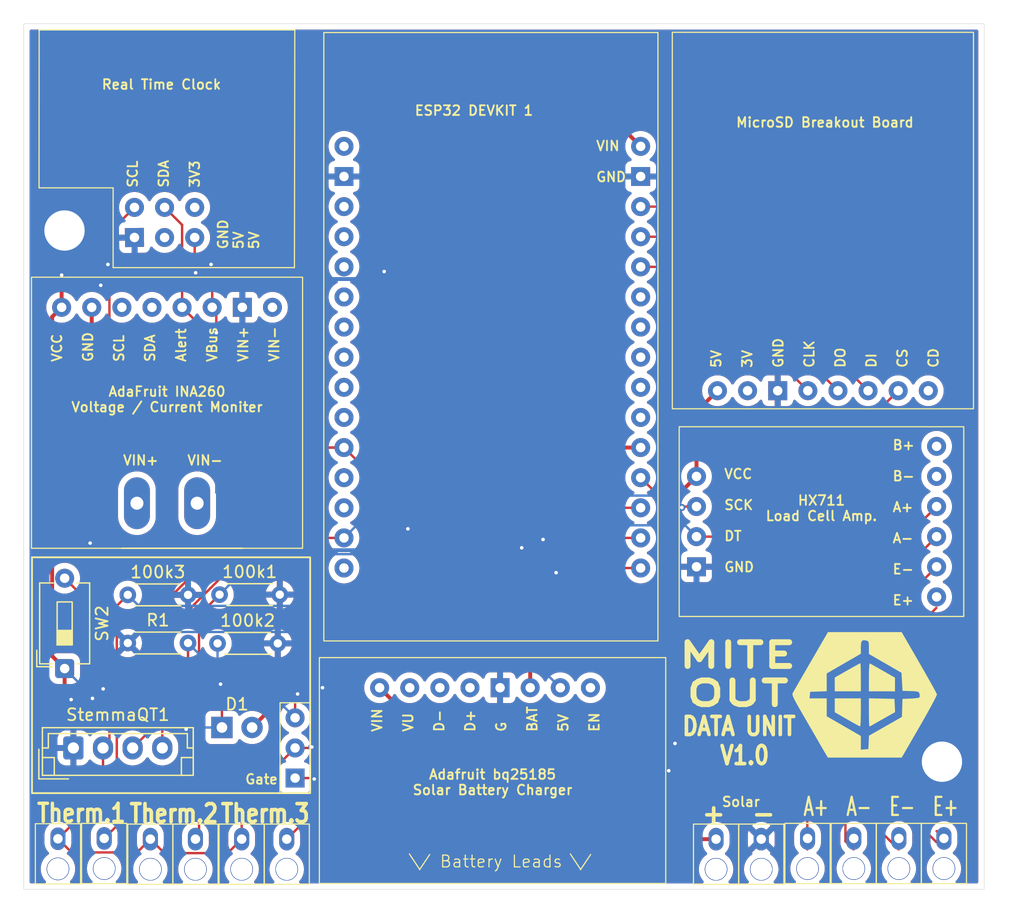
<source format=kicad_pcb>
(kicad_pcb (version 20241229) (generator "pcbnew") (generator_version "9.0")
  (layers (0 "F.Cu" signal) (2 "B.Cu" signal) (13 "F.Paste" user) (15 "B.Paste" user) (5 "F.SilkS" user "F.Silkscreen") (7 "B.SilkS" user "B.Silkscreen") (1 "F.Mask" user) (3 "B.Mask" user) (25 "Edge.Cuts" user))
  (net 0 "")
  (net 1 "+5V")
  (net 2 "Net-(HX711-SCK)")
  (net 5 "Net-(J3-Pin_3)")
  (net 7 "Net-(J3-Pin_4)")
  (net 8 "Net-(J3-Pin_12)")
  (net 10 "Net-(J3-Pin_2)")
  (net 11 "Net-(D1-A)")
  (net 12 "Net-(J3-Pin_11)")
  (net 16 "GND")
  (net 17 "Net-(J3-Pin_1)")
  (net 19 "Net-(J3-Pin_13)")
  (net 21 "Net-(HX711-DT)")
  (net 31 "Net-(BQ1-Solar_in)")
  (net 34 "Net-(BQ1-5v)")
  (net 35 "Net-(BQ1-Bat_Voltage)")
  (net 37 "Net-(HX711-E+)")
  (net 38 "Net-(HX711-A+)")
  (net 39 "Net-(HX711-E-)")
  (net 40 "Net-(HX711-A-)")
  (net 42 "Net-(HX711-VCC)")
  (net 44 "Net-(INO1-VCC)")
  (net 51 "Net-(D1-K)")
  (footprint "MiteOut:throughole" (layer "F.Cu") (at 112.295 110.5)
    (property "Reference" "H12" (hide yes))
    (property "Value" "Solar -" (hide yes))
    (fp_rect (start 0 0) (end 3.81 5.08) (stroke (width 0.1)) (fill no) (layer "F.SilkS"))
    (pad "" np_thru_hole circle (at 1.905 3.81) (size 1.905 1.905) (drill 1.8) (layers "*.Cu" "*.Mask"))
    (pad "MP" thru_hole oval (at 1.905 1.27 90) (size 1.905 1.27) (drill 0.8) (layers "*.Cu" "*.Mask") (net 16 "GND"))
  )
  (footprint "MiteOut:throughole" (layer "F.Cu") (at 52.9823 110.4689)
    (property "Reference" "H6" (hide yes))
    (property "Value" "Thermistor 1 IN" (hide yes))
    (fp_rect (start 0 0) (end 3.81 5.08) (stroke (width 0.1)) (fill no) (layer "F.SilkS"))
    (pad "" np_thru_hole circle (at 1.905 3.81) (size 1.905 1.905) (drill 1.8) (layers "*.Cu" "*.Mask"))
    (pad "MP" thru_hole oval (at 1.905 1.27 90) (size 1.905 1.27) (drill 0.8) (layers "*.Cu" "*.Mask") (net 42 "Net-(HX711-VCC)"))
  )
  (footprint "MiteOut:hx711" (layer "F.Cu") (at 131.28 92.99 180)
    (property "Reference" "HX711" (hide yes))
    (property "Value" "~")
    (fp_rect (start 0 0) (end 24 16) (stroke (width 0.1)) (fill no) (layer "F.SilkS"))
    (pad "1" thru_hole circle (at 2.29 1.65 180) (size 1.6 1.6) (drill 0.8) (layers "*.Cu" "*.Mask") (net 37 "Net-(HX711-E+)"))
    (pad "2" thru_hole circle (at 2.29 4.19 180) (size 1.6 1.6) (drill 0.8) (layers "*.Cu" "*.Mask") (net 39 "Net-(HX711-E-)"))
    (pad "3" thru_hole circle (at 2.29 6.73 180) (size 1.6 1.6) (drill 0.8) (layers "*.Cu" "*.Mask") (net 40 "Net-(HX711-A-)"))
    (pad "4" thru_hole circle (at 2.29 9.27 180) (size 1.6 1.6) (drill 0.8) (layers "*.Cu" "*.Mask") (net 38 "Net-(HX711-A+)"))
    (pad "5" thru_hole circle (at 2.29 11.81 180) (size 1.6 1.6) (drill 0.8) (layers "*.Cu" "*.Mask"))
    (pad "6" thru_hole circle (at 2.29 14.35 180) (size 1.6 1.6) (drill 0.8) (layers "*.Cu" "*.Mask"))
    (pad "7" thru_hole rect (at 22.54 4.19 180) (size 1.6 1.6) (drill 0.8) (layers "*.Cu" "*.Mask") (net 16 "GND"))
    (pad "8" thru_hole circle (at 22.54 6.73 180) (size 1.6 1.6) (drill 0.8) (layers "*.Cu" "*.Mask") (net 21 "Net-(HX711-DT)"))
    (pad "9" thru_hole circle (at 22.54 9.27 180) (size 1.6 1.6) (drill 0.8) (layers "*.Cu" "*.Mask") (net 2 "Net-(HX711-SCK)"))
    (pad "10" thru_hole circle (at 22.54 11.81 180) (size 1.6 1.6) (drill 0.8) (layers "*.Cu" "*.Mask") (net 42 "Net-(HX711-VCC)"))
  )
  (footprint "MiteOut:throughole" (layer "F.Cu") (at 116.2 110.44)
    (property "Reference" "H2" (hide yes))
    (property "Value" "LoadCell1" (hide yes))
    (fp_rect (start 0 0) (end 3.81 5.08) (stroke (width 0.1)) (fill no) (layer "F.SilkS"))
    (pad "" np_thru_hole circle (at 1.905 3.81) (size 1.905 1.905) (drill 1.8) (layers "*.Cu" "*.Mask"))
    (pad "MP" thru_hole oval (at 1.905 1.27 90) (size 1.905 1.27) (drill 0.8) (layers "*.Cu" "*.Mask") (net 38 "Net-(HX711-A+)"))
  )
  (footprint "MiteOut1:miteoutlogo1" (layer "F.Cu") (at 114.430766 101.420334)
    (property "Reference" "G***" (hide yes))
    (property "Value" "LOGO" (hide yes))
    (fp_poly (pts (xy 8.142932 -4.407719) (xy 8.155854 -4.189069) (xy 8.165231 -3.861678) (xy 8.169972 -3.455839) (xy 8.170333 -3.302001) (xy 8.170333 -2.116667) (xy 7.069666 -2.116667) (xy 5.969 -2.116667) (xy 5.969 -2.699114) (xy 5.969 -3.281561) (xy 7.026892 -3.884447) (xy 7.406376 -4.099108) (xy 7.731638 -4.280058) (xy 7.975379 -4.412346) (xy 8.110306 -4.481022) (xy 8.127559 -4.487334)) (fill yes) (layer "F.SilkS"))
    (fp_poly (pts (xy 8.170333 -0.338667) (xy 8.16607 0.087103) (xy 8.154361 0.444732) (xy 8.136829 0.704003) (xy 8.115095 0.834699) (xy 8.106833 0.844476) (xy 8.01428 0.803546) (xy 7.803619 0.692643) (xy 7.503018 0.527105) (xy 7.140642 0.322269) (xy 7.006166 0.245131) (xy 5.969 -0.352024) (xy 5.969 -0.938013) (xy 5.969 -1.524001) (xy 7.069666 -1.524001) (xy 8.170333 -1.524001)) (fill yes) (layer "F.SilkS"))
    (fp_poly (pts (xy 9.012301 -4.423072) (xy 9.225829 -4.304869) (xy 9.528989 -4.134655) (xy 9.893108 -3.928467) (xy 10.017745 -3.85755) (xy 11.049 -3.270099) (xy 11.049 -2.693383) (xy 11.049 -2.116667) (xy 9.948333 -2.116667) (xy 8.847666 -2.116667) (xy 8.847666 -3.309056) (xy 8.852278 -3.733485) (xy 8.86495 -4.087243) (xy 8.883939 -4.341074) (xy 8.9075 -4.465722) (xy 8.917078 -4.473223)) (fill yes) (layer "F.SilkS"))
    (fp_poly (pts (xy 9.927166 -1.505364) (xy 11.006666 -1.481667) (xy 11.03145 -0.921193) (xy 11.056234 -0.360718) (xy 10.184783 0.128881) (xy 9.822319 0.333247) (xy 9.498619 0.51708) (xy 9.251357 0.658904) (xy 9.125812 0.732572) (xy 8.968858 0.818567) (xy 8.892978 0.846666) (xy 8.876709 0.767046) (xy 8.86303 0.548359) (xy 8.853095 0.220867) (xy 8.848058 -0.18517) (xy 8.847666 -0.341197) (xy 8.847666 -1.52906)) (fill yes) (layer "F.SilkS"))
    (fp_poly (pts (xy 13.08679 -4.558109) (xy 13.433333 -3.955618) (xy 13.752412 -3.395446) (xy 14.034096 -2.895452) (xy 14.268451 -2.473493) (xy 14.445545 -2.147425) (xy 14.555445 -1.935106) (xy 14.588468 -1.85834) (xy 14.55331 -1.753325) (xy 14.441798 -1.520002) (xy 14.263431 -1.17602) (xy 14.027712 -0.739024) (xy 13.744141 -0.226663) (xy 13.422221 0.343419) (xy 13.114399 0.879435) (xy 11.614528 3.471333) (xy 8.502336 3.471333) (xy 5.390144 3.471333) (xy 5.223373 3.196166) (xy 5.111154 3.007383) (xy 4.94086 2.716621) (xy 4.738703 2.368771) (xy 4.593032 2.116666) (xy 4.402309 1.786156) (xy 4.149121 1.347996) (xy 3.855933 0.841029) (xy 3.545209 0.3041) (xy 3.239413 -0.223948) (xy 3.229926 -0.240323) (xy 2.928431 -0.764123) (xy 2.70488 -1.162881) (xy 2.549973 -1.456683) (xy 2.519183 -1.524001) (xy 3.841604 -1.524001) (xy 4.566635 -1.524001) (xy 5.291666 -1.524001) (xy 5.291666 -0.769077) (xy 5.291666 -0.014154) (xy 6.731 0.816697) (xy 8.170333 1.647549) (xy 8.170333 2.225885) (xy 8.170333 2.804221) (xy 8.487833 2.777943) (xy 8.805333 2.751666) (xy 8.830218 2.186754) (xy 8.855103 1.621843) (xy 10.243282 0.832088) (xy 11.631461 0.042333) (xy 11.65773 -0.719667) (xy 11.684 -1.481667) (xy 12.361037 -1.506771) (xy 12.686809 -1.526613) (xy 12.945948 -1.556815) (xy 13.09279 -1.591645) (xy 13.106557 -1.600358) (xy 13.139047 -1.725447) (xy 13.119667 -1.889465) (xy 13.083223 -1.998613) (xy 13.016517 -2.065896) (xy 12.88248 -2.103498) (xy 12.644045 -2.123606) (xy 12.374146 -2.134545) (xy 11.684 -2.159001) (xy 11.641666 -2.918074) (xy 11.599333 -3.677147) (xy 10.2235 -4.4717) (xy 8.847666 -5.266253) (xy 8.847666 -5.806514) (xy 8.842674 -6.101576) (xy 8.817573 -6.269985) (xy 8.757177 -6.35435) (xy 8.646299 -6.397281) (xy 8.636189 -6.399852) (xy 8.407204 -6.43284) (xy 8.266258 -6.375399) (xy 8.193923 -6.203359) (xy 8.170775 -5.892547) (xy 8.170333 -5.820187) (xy 8.170333 -5.285058) (xy 6.731 -4.45489) (xy 5.291666 -3.624721) (xy 5.291666 -2.874118) (xy 5.291666 -2.123516) (xy 4.593166 -2.098925) (xy 3.894666 -2.074334) (xy 3.868135 -1.799167) (xy 3.841604 -1.524001) (xy 2.519183 -1.524001) (xy 2.45441 -1.665616) (xy 2.408892 -1.809767) (xy 2.40412 -1.909222) (xy 2.42638 -1.97599) (xy 2.490755 -2.091169) (xy 2.629486 -2.334221) (xy 2.831886 -2.686593) (xy 3.087267 -3.12973) (xy 3.38494 -3.645078) (xy 3.714217 -4.214084) (xy 3.958442 -4.635501) (xy 5.394514 -7.112001) (xy 8.502713 -7.112001) (xy 11.610913 -7.112001)) (fill yes) (layer "F.SilkS"))
  )
  (footprint "MiteOut:throughole" (layer "F.Cu") (at 64.5773 110.4989)
    (property "Reference" "H7" (hide yes))
    (property "Value" "Thermistor 2 Out" (hide yes))
    (fp_rect (start 0 0) (end 3.81 5.08) (stroke (width 0.1)) (fill no) (layer "F.SilkS"))
    (pad "" np_thru_hole circle (at 1.905 3.81) (size 1.905 1.905) (drill 1.8) (layers "*.Cu" "*.Mask"))
    (pad "MP" thru_hole oval (at 1.905 1.27 90) (size 1.905 1.27) (drill 0.8) (layers "*.Cu" "*.Mask") (net 10 "Net-(J3-Pin_2)"))
  )
  (footprint "Resistor_THT:R_Axial_DIN0204_L3.6mm_D1.6mm_P5.08mm_Horizontal" (layer "F.Cu") (at 60.7773 95.2289)
    (property "Reference" "R1" (at 2.54 -1.92 0) (layer "F.SilkS"))
    (property "Value" "R")
    (fp_line (start 0.62 -0.92) (end 4.46 -0.92) (stroke (width 0.12)) (layer "F.SilkS"))
    (fp_line (start 0.62 0.92) (end 4.46 0.92) (stroke (width 0.12)) (layer "F.SilkS"))
    (pad "1" thru_hole circle (at 0 0) (size 1.4 1.4) (drill 0.7) (layers "*.Cu" "*.Mask") (net 16 "GND"))
    (pad "2" thru_hole oval (at 5.08 0) (size 1.4 1.4) (drill 0.7) (layers "*.Cu" "*.Mask") (net 51 "Net-(D1-K)"))
  )
  (footprint "Button_Switch_THT:SW_DIP_SPSTx01_Slide_6.7x4.1mm_W7.62mm_P2.54mm_LowProfile" (layer "F.Cu") (at 55.4525 97.385 90)
    (property "Reference" "SW2" (at 3.805 3.1575 90) (layer "F.SilkS"))
    (property "Value" "SW_SPST" (hide yes))
    (fp_line (start 0.16 -2.35) (end 1.543 -2.35) (stroke (width 0.12)) (layer "F.SilkS"))
    (fp_line (start 0.16 -2.35) (end 0.16 -1.04) (stroke (width 0.12)) (layer "F.SilkS"))
    (fp_line (start 7.22 -2.11) (end 7.22 -0.96) (stroke (width 0.12)) (layer "F.SilkS"))
    (fp_line (start 0.4 -2.11) (end 7.22 -2.11) (stroke (width 0.12)) (layer "F.SilkS"))
    (fp_line (start 0.4 -2.11) (end 0.4 -1.04) (stroke (width 0.12)) (layer "F.SilkS"))
    (fp_line (start 3.206667 -0.635) (end 3.206667 0.635) (stroke (width 0.12)) (layer "F.SilkS"))
    (fp_line (start 7.22 0.96) (end 7.22 2.11) (stroke (width 0.12)) (layer "F.SilkS"))
    (fp_line (start 0.4 1.04) (end 0.4 2.11) (stroke (width 0.12)) (layer "F.SilkS"))
    (fp_line (start 0.4 2.11) (end 7.22 2.11) (stroke (width 0.12)) (layer "F.SilkS"))
    (fp_rect (start 2 -0.635) (end 5.62 0.635) (stroke (width 0.12)) (fill no) (layer "F.SilkS"))
    (fp_rect (start 2 -0.635) (end 3.206667 0.635) (stroke (width 0.12)) (fill yes) (layer "F.SilkS"))
    (pad "1" thru_hole roundrect (at 0 0 90) (size 1.6 1.6) (drill 0.8) (layers "*.Cu" "*.Mask") (roundrect_rratio 0.15625) (net 1 "+5V"))
    (pad "2" thru_hole circle (at 7.62 0 90) (size 1.6 1.6) (drill 0.8) (layers "*.Cu" "*.Mask") (net 34 "Net-(BQ1-5v)"))
  )
  (footprint "MiteOut:throughole" (layer "F.Cu") (at 60.7773 110.4989)
    (property "Reference" "H8" (hide yes))
    (property "Value" "Thermistor 2 IN" (hide yes))
    (fp_rect (start 0 0) (end 3.81 5.08) (stroke (width 0.1)) (fill no) (layer "F.SilkS"))
    (pad "" np_thru_hole circle (at 1.905 3.81) (size 1.905 1.905) (drill 1.8) (layers "*.Cu" "*.Mask"))
    (pad "MP" thru_hole oval (at 1.905 1.27 90) (size 1.905 1.27) (drill 0.8) (layers "*.Cu" "*.Mask") (net 42 "Net-(HX711-VCC)"))
  )
  (footprint "MiteOut:throughole" (layer "F.Cu") (at 56.8823 110.4389)
    (property "Reference" "H5" (hide yes))
    (property "Value" "Thermistor 1 Out" (hide yes))
    (fp_rect (start 0 0) (end 3.81 5.08) (stroke (width 0.1)) (fill no) (layer "F.SilkS"))
    (pad "" np_thru_hole circle (at 1.905 3.81) (size 1.905 1.905) (drill 1.8) (layers "*.Cu" "*.Mask"))
    (pad "MP" thru_hole oval (at 1.905 1.27 90) (size 1.905 1.27) (drill 0.8) (layers "*.Cu" "*.Mask") (net 17 "Net-(J3-Pin_1)"))
  )
  (footprint "MiteOut:Pins" (layer "F.Cu") (at 126.9 102.7)
    (property "Reference" "REF**" (hide yes))
    (property "Value" "Pins" (hide yes))
    (pad "" np_thru_hole circle (at 2.54 2.54) (size 3.7 3.7) (drill 3.4) (layers "*.Cu" "*.Mask"))
  )
  (footprint "Resistor_THT:R_Axial_DIN0204_L3.6mm_D1.6mm_P5.08mm_Horizontal" (layer "F.Cu") (at 60.7773 91.1689)
    (property "Reference" "100k3" (at 2.54 -1.92 0) (layer "F.SilkS"))
    (property "Value" "R")
    (fp_line (start 0.62 -0.92) (end 4.46 -0.92) (stroke (width 0.12)) (layer "F.SilkS"))
    (fp_line (start 0.62 0.92) (end 4.46 0.92) (stroke (width 0.12)) (layer "F.SilkS"))
    (pad "1" thru_hole circle (at 0 0) (size 1.4 1.4) (drill 0.7) (layers "*.Cu" "*.Mask") (net 17 "Net-(J3-Pin_1)"))
    (pad "2" thru_hole oval (at 5.08 0) (size 1.4 1.4) (drill 0.7) (layers "*.Cu" "*.Mask") (net 16 "GND"))
  )
  (footprint "Resistor_THT:R_Axial_DIN0204_L3.6mm_D1.6mm_P5.08mm_Horizontal" (layer "F.Cu") (at 68.3473 95.2589)
    (property "Reference" "100k2" (at 2.54 -1.92 0) (layer "F.SilkS"))
    (property "Value" "R")
    (fp_line (start 0.62 -0.92) (end 4.46 -0.92) (stroke (width 0.12)) (layer "F.SilkS"))
    (fp_line (start 0.62 0.92) (end 4.46 0.92) (stroke (width 0.12)) (layer "F.SilkS"))
    (pad "1" thru_hole circle (at 0 0) (size 1.4 1.4) (drill 0.7) (layers "*.Cu" "*.Mask") (net 5 "Net-(J3-Pin_3)"))
    (pad "2" thru_hole oval (at 5.08 0) (size 1.4 1.4) (drill 0.7) (layers "*.Cu" "*.Mask") (net 16 "GND"))
  )
  (footprint "MiteOut:Charger" (layer "F.Cu") (at 76.935 96.46)
    (property "Reference" "BQ1" (hide yes))
    (property "Value" "~")
    (fp_rect (start 0 0) (end 29.21 19.05) (stroke (width 0.1)) (fill no) (layer "F.SilkS"))
    (fp_text user "\\/ Battery Leads \\/" (at 7.62 17.78 0) (layer "F.SilkS") (effects (font (thickness 0.1)) (justify left bottom)))
    (pad "1" thru_hole circle (at 5.08 2.54) (size 1.6 1.6) (drill 0.8) (layers "*.Cu" "*.Mask") (net 31 "Net-(BQ1-Solar_in)"))
    (pad "2" thru_hole circle (at 7.62 2.54) (size 1.6 1.6) (drill 0.8) (layers "*.Cu" "*.Mask"))
    (pad "3" thru_hole circle (at 10.16 2.54) (size 1.6 1.6) (drill 0.8) (layers "*.Cu" "*.Mask"))
    (pad "4" thru_hole circle (at 12.7 2.54) (size 1.6 1.6) (drill 0.8) (layers "*.Cu" "*.Mask"))
    (pad "5" thru_hole rect (at 15.24 2.54) (size 1.6 1.6) (drill 0.8) (layers "*.Cu" "*.Mask") (net 16 "GND"))
    (pad "6" thru_hole circle (at 17.78 2.54) (size 1.6 1.6) (drill 0.8) (layers "*.Cu" "*.Mask") (net 35 "Net-(BQ1-Bat_Voltage)"))
    (pad "7" thru_hole circle (at 20.32 2.54) (size 1.6 1.6) (drill 0.8) (layers "*.Cu" "*.Mask") (net 34 "Net-(BQ1-5v)"))
    (pad "8" thru_hole circle (at 22.86 2.54) (size 1.6 1.6) (drill 0.8) (layers "*.Cu" "*.Mask"))
  )
  (footprint "MiteOut:Mosfet" (layer "F.Cu") (at 74.8873 98.9989 -90)
    (property "Reference" "Q1" (hide yes))
    (property "Value" "PMOS" (hide yes))
    (fp_rect (start 1.27 -1.27) (end 8.89 1.27) (stroke (width 0.1)) (fill no) (layer "F.SilkS"))
    (pad "D" thru_hole circle (at 5.08 0 270) (size 1.6 1.6) (drill 0.8) (layers "*.Cu" "*.Mask") (net 42 "Net-(HX711-VCC)"))
    (pad "G" thru_hole rect (at 7.62 0 270) (size 1.6 1.6) (drill 0.8) (layers "*.Cu" "*.Mask") (net 7 "Net-(J3-Pin_4)"))
    (pad "S" thru_hole circle (at 2.54 0 270) (size 1.6 1.6) (drill 0.8) (layers "*.Cu" "*.Mask") (net 1 "+5V"))
  )
  (footprint "MiteOut:throughole" (layer "F.Cu") (at 68.4773 110.4989)
    (property "Reference" "H10" (hide yes))
    (property "Value" "Thermistor 3 IN" (hide yes))
    (fp_rect (start 0 0) (end 3.81 5.08) (stroke (width 0.1)) (fill no) (layer "F.SilkS"))
    (pad "" np_thru_hole circle (at 1.905 3.81) (size 1.905 1.905) (drill 1.8) (layers "*.Cu" "*.Mask"))
    (pad "MP" thru_hole oval (at 1.905 1.27 90) (size 1.905 1.27) (drill 0.8) (layers "*.Cu" "*.Mask") (net 42 "Net-(HX711-VCC)"))
  )
  (footprint "LED_THT:LED_D1.8mm_W1.8mm_H2.4mm_Horizontal_O1.27mm_Z1.6mm" (layer "F.Cu") (at 68.7173 102.3539)
    (property "Reference" "D1" (at 1.27 -1.96 0) (layer "F.SilkS"))
    (property "Value" "LED")
    (pad "1" thru_hole rect (at 0 0) (size 1.8 1.8) (drill 0.9) (layers "*.Cu" "*.Mask") (net 51 "Net-(D1-K)"))
    (pad "2" thru_hole circle (at 2.54 0) (size 1.8 1.8) (drill 0.9) (layers "*.Cu" "*.Mask") (net 11 "Net-(D1-A)"))
  )
  (footprint "MiteOut:ESP" (layer "F.Cu") (at 105.49 95.055 180)
    (property "Reference" "J3" (hide yes))
    (property "Value" "Conn_02x15_Counter_Clockwise")
    (fp_rect (start 0 0) (end 28.18 51.31) (stroke (width 0.1)) (fill no) (layer "F.SilkS"))
    (pad "1" thru_hole circle (at 1.46 6.15 180) (size 1.6 1.6) (drill 0.8) (layers "*.Cu" "*.Mask") (net 17 "Net-(J3-Pin_1)"))
    (pad "2" thru_hole circle (at 1.46 8.69 180) (size 1.6 1.6) (drill 0.8) (layers "*.Cu" "*.Mask") (net 10 "Net-(J3-Pin_2)"))
    (pad "3" thru_hole circle (at 1.46 11.23 180) (size 1.6 1.6) (drill 0.8) (layers "*.Cu" "*.Mask") (net 5 "Net-(J3-Pin_3)"))
    (pad "4" thru_hole circle (at 1.46 13.77 180) (size 1.6 1.6) (drill 0.8) (layers "*.Cu" "*.Mask") (net 7 "Net-(J3-Pin_4)"))
    (pad "5" thru_hole circle (at 1.46 16.31 180) (size 1.6 1.6) (drill 0.8) (layers "*.Cu" "*.Mask") (net 11 "Net-(D1-A)"))
    (pad "6" thru_hole circle (at 1.46 18.85 180) (size 1.6 1.6) (drill 0.8) (layers "*.Cu" "*.Mask"))
    (pad "7" thru_hole circle (at 1.46 21.39 180) (size 1.6 1.6) (drill 0.8) (layers "*.Cu" "*.Mask"))
    (pad "8" thru_hole circle (at 1.46 23.93 180) (size 1.6 1.6) (drill 0.8) (layers "*.Cu" "*.Mask"))
    (pad "9" thru_hole circle (at 1.46 26.47 180) (size 1.6 1.6) (drill 0.8) (layers "*.Cu" "*.Mask"))
    (pad "10" thru_hole circle (at 1.46 29.01 180) (size 1.6 1.6) (drill 0.8) (layers "*.Cu" "*.Mask"))
    (pad "11" thru_hole circle (at 1.46 31.55 180) (size 1.6 1.6) (drill 0.8) (layers "*.Cu" "*.Mask") (net 12 "Net-(J3-Pin_11)"))
    (pad "12" thru_hole circle (at 1.46 34.09 180) (size 1.6 1.6) (drill 0.8) (layers "*.Cu" "*.Mask") (net 8 "Net-(J3-Pin_12)"))
    (pad "13" thru_hole circle (at 1.46 36.63 180) (size 1.6 1.6) (drill 0.8) (layers "*.Cu" "*.Mask") (net 19 "Net-(J3-Pin_13)"))
    (pad "14" thru_hole rect (at 1.46 39.17 180) (size 1.6 1.6) (drill 0.8) (layers "*.Cu" "*.Mask") (net 16 "GND"))
    (pad "15" thru_hole circle (at 1.46 41.71 180) (size 1.6 1.6) (drill 0.8) (layers "*.Cu" "*.Mask") (net 1 "+5V"))
    (pad "16" thru_hole circle (at 26.48 41.71 180) (size 1.6 1.6) (drill 0.8) (layers "*.Cu" "*.Mask"))
    (pad "17" thru_hole rect (at 26.48 39.17 180) (size 1.6 1.6) (drill 0.8) (layers "*.Cu" "*.Mask") (net 16 "GND"))
    (pad "18" thru_hole circle (at 26.48 36.63 180) (size 1.6 1.6) (drill 0.8) (layers "*.Cu" "*.Mask"))
    (pad "19" thru_hole circle (at 26.48 34.09 180) (size 1.6 1.6) (drill 0.8) (layers "*.Cu" "*.Mask"))
    (pad "20" thru_hole circle (at 26.48 31.55 180) (size 1.6 1.6) (drill 0.8) (layers "*.Cu" "*.Mask"))
    (pad "21" thru_hole circle (at 26.48 29.01 180) (size 1.6 1.6) (drill 0.8) (layers "*.Cu" "*.Mask"))
    (pad "22" thru_hole circle (at 26.48 26.47 180) (size 1.6 1.6) (drill 0.8) (layers "*.Cu" "*.Mask"))
    (pad "23" thru_hole circle (at 26.48 23.93 180) (size 1.6 1.6) (drill 0.8) (layers "*.Cu" "*.Mask"))
    (pad "24" thru_hole circle (at 26.48 21.39 180) (size 1.6 1.6) (drill 0.8) (layers "*.Cu" "*.Mask"))
    (pad "25" thru_hole circle (at 26.48 18.85 180) (size 1.6 1.6) (drill 0.8) (layers "*.Cu" "*.Mask"))
    (pad "26" thru_hole circle (at 26.48 16.31 180) (size 1.6 1.6) (drill 0.8) (layers "*.Cu" "*.Mask") (net 21 "Net-(HX711-DT)"))
    (pad "27" thru_hole circle (at 26.48 13.77 180) (size 1.6 1.6) (drill 0.8) (layers "*.Cu" "*.Mask"))
    (pad "28" thru_hole circle (at 26.48 11.23 180) (size 1.6 1.6) (drill 0.8) (layers "*.Cu" "*.Mask"))
    (pad "29" thru_hole circle (at 26.48 8.69 180) (size 1.6 1.6) (drill 0.8) (layers "*.Cu" "*.Mask") (net 2 "Net-(HX711-SCK)"))
    (pad "30" thru_hole circle (at 26.48 6.15 180) (size 1.6 1.6) (drill 0.8) (layers "*.Cu" "*.Mask"))
  )
  (footprint "MiteOut:INA" (layer "F.Cu") (at 75.5173 87.2389 180)
    (property "Reference" "INO1" (hide yes))
    (property "Value" "~")
    (fp_line (start 5.08 0) (end 15.24 0) (stroke (width 0.127)) (layer "F.SilkS"))
    (fp_rect (start 0 0) (end 22.86 22.86) (stroke (width 0.1)) (fill no) (layer "F.SilkS"))
    (pad "" thru_hole oval (at 8.89 3.8 270) (size 4.3688 2.1844) (drill 1.1) (layers "*.Cu" "*.Mask"))
    (pad "" thru_hole oval (at 13.97 3.8 270) (size 4.3688 2.1844) (drill 1.1) (layers "*.Cu" "*.Mask"))
    (pad "1" thru_hole circle (at 2.54 20.32 180) (size 1.6 1.6) (drill 0.8) (layers "*.Cu" "*.Mask") (net 44 "Net-(INO1-VCC)"))
    (pad "2" thru_hole rect (at 5.08 20.32 180) (size 1.6 1.6) (drill 0.8) (layers "*.Cu" "*.Mask") (net 16 "GND"))
    (pad "3" thru_hole circle (at 7.62 20.32 180) (size 1.6 1.6) (drill 0.8) (layers "*.Cu" "*.Mask") (net 2 "Net-(HX711-SCK)"))
    (pad "4" thru_hole circle (at 10.16 20.32 180) (size 1.6 1.6) (drill 0.8) (layers "*.Cu" "*.Mask") (net 21 "Net-(HX711-DT)"))
    (pad "5" thru_hole circle (at 12.7 20.32 180) (size 1.6 1.6) (drill 0.8) (layers "*.Cu" "*.Mask"))
    (pad "6" thru_hole circle (at 15.24 20.32 180) (size 1.6 1.6) (drill 0.8) (layers "*.Cu" "*.Mask"))
    (pad "7" thru_hole circle (at 17.78 20.32 180) (size 1.6 1.6) (drill 0.8) (layers "*.Cu" "*.Mask") (net 35 "Net-(BQ1-Bat_Voltage)"))
    (pad "8" thru_hole circle (at 20.32 20.32 180) (size 1.6 1.6) (drill 0.8) (layers "*.Cu" "*.Mask") (net 1 "+5V"))
  )
  (footprint "MiteOut:Clock" (layer "F.Cu") (at 74.8315 43.5078 -90)
    (property "Reference" "U1" (hide yes))
    (property "Value" "~")
    (fp_line (start 13.335 21.5392) (end 0.01 21.53) (stroke (width 0.1)) (layer "F.SilkS"))
    (fp_line (start 0.01 21.53) (end 0.01 -0.03) (stroke (width 0.1)) (layer "F.SilkS"))
    (fp_line (start 13.335 15.2908) (end 13.335 21.5392) (stroke (width 0.1)) (layer "F.SilkS"))
    (fp_line (start 20.0622 15.2908) (end 13.335 15.2908) (stroke (width 0.1)) (layer "F.SilkS"))
    (fp_line (start 20.0622 15.2908) (end 20.06 0) (stroke (width 0.1)) (layer "F.SilkS"))
    (fp_line (start 20.06 0) (end 0.01 -0.03) (stroke (width 0.1)) (layer "F.SilkS"))
    (pad "1" thru_hole circle (at 14.9822 10.9515 270.8) (size 1.6 1.6) (drill 0.8) (layers "*.Cu" "*.Mask") (net 21 "Net-(HX711-DT)"))
    (pad "2" thru_hole circle (at 14.9822 13.4915 270.8) (size 1.6 1.6) (drill 0.8) (layers "*.Cu" "*.Mask") (net 2 "Net-(HX711-SCK)"))
    (pad "3" thru_hole rect (at 17.5222 13.4915 270.8) (size 1.6 1.6) (drill 0.8) (layers "*.Cu" "*.Mask") (net 16 "GND"))
    (pad "4" thru_hole circle (at 17.5222 8.4115 270.8) (size 1.6 1.6) (drill 0.8) (layers "*.Cu" "*.Mask") (net 42 "Net-(HX711-VCC)"))
    (pad "5" thru_hole circle (at 14.9822 8.4115 270.8) (size 1.6 1.6) (drill 0.8) (layers "*.Cu" "*.Mask"))
    (pad "6" thru_hole circle (at 17.5222 10.9515 270.8) (size 1.6 1.6) (drill 0.8) (layers "*.Cu" "*.Mask"))
  )
  (footprint "MiteOut:throughole" (layer "F.Cu") (at 120.1 110.44)
    (property "Reference" "H1" (hide yes))
    (property "Value" "LoadCell3" (hide yes))
    (fp_rect (start 0 0) (end 3.81 5.08) (stroke (width 0.1)) (fill no) (layer "F.SilkS"))
    (pad "" np_thru_hole circle (at 1.905 3.81) (size 1.905 1.905) (drill 1.8) (layers "*.Cu" "*.Mask"))
    (pad "MP" thru_hole oval (at 1.905 1.27 90) (size 1.905 1.27) (drill 0.8) (layers "*.Cu" "*.Mask") (net 40 "Net-(HX711-A-)"))
  )
  (footprint "Connector_JST:JST_EH_B4B-EH-A_1x04_P2.50mm_Vertical" (layer "F.Cu") (at 56.1873 104.0789)
    (property "Reference" "StemmaQT1" (at 3.75 -2.8 0) (layer "F.SilkS"))
    (property "Value" "Conn_01x04" (hide yes))
    (fp_line (start -2.91 0.11) (end -2.91 2.61) (stroke (width 0.12)) (layer "F.SilkS"))
    (fp_line (start -2.91 2.61) (end -0.41 2.61) (stroke (width 0.12)) (layer "F.SilkS"))
    (fp_line (start -2.61 -1.71) (end -2.61 2.31) (stroke (width 0.12)) (layer "F.SilkS"))
    (fp_line (start -2.61 0) (end -2.11 0) (stroke (width 0.12)) (layer "F.SilkS"))
    (fp_line (start -2.61 0.81) (end -1.61 0.81) (stroke (width 0.12)) (layer "F.SilkS"))
    (fp_line (start -2.61 2.31) (end 10.11 2.31) (stroke (width 0.12)) (layer "F.SilkS"))
    (fp_line (start -2.11 -1.21) (end 9.61 -1.21) (stroke (width 0.12)) (layer "F.SilkS"))
    (fp_line (start -2.11 0) (end -2.11 -1.21) (stroke (width 0.12)) (layer "F.SilkS"))
    (fp_line (start -1.61 0.81) (end -1.61 2.31) (stroke (width 0.12)) (layer "F.SilkS"))
    (fp_line (start 9.11 0.81) (end 9.11 2.31) (stroke (width 0.12)) (layer "F.SilkS"))
    (fp_line (start 9.61 -1.21) (end 9.61 0) (stroke (width 0.12)) (layer "F.SilkS"))
    (fp_line (start 9.61 0) (end 10.11 0) (stroke (width 0.12)) (layer "F.SilkS"))
    (fp_line (start 10.11 -1.71) (end -2.61 -1.71) (stroke (width 0.12)) (layer "F.SilkS"))
    (fp_line (start 10.11 0.81) (end 9.11 0.81) (stroke (width 0.12)) (layer "F.SilkS"))
    (fp_line (start 10.11 2.31) (end 10.11 -1.71) (stroke (width 0.12)) (layer "F.SilkS"))
    (pad "1" thru_hole roundrect (at 0 0) (size 1.7 1.95) (drill 0.95) (layers "*.Cu" "*.Mask") (roundrect_rratio 0.147059) (net 16 "GND"))
    (pad "2" thru_hole oval (at 2.5 0) (size 1.7 1.95) (drill 0.95) (layers "*.Cu" "*.Mask") (net 42 "Net-(HX711-VCC)"))
    (pad "3" thru_hole oval (at 5 0) (size 1.7 1.95) (drill 0.95) (layers "*.Cu" "*.Mask") (net 21 "Net-(HX711-DT)"))
    (pad "4" thru_hole oval (at 7.5 0) (size 1.7 1.95) (drill 0.95) (layers "*.Cu" "*.Mask") (net 2 "Net-(HX711-SCK)"))
  )
  (footprint "MiteOut:Pins" (layer "F.Cu") (at 52.9 57.9)
    (property "Reference" "REF**" (hide yes))
    (property "Value" "Pins" (hide yes))
    (pad "" np_thru_hole circle (at 2.54 2.54) (size 3.7 3.7) (drill 3.4) (layers "*.Cu" "*.Mask"))
  )
  (footprint "MiteOut:throughole" (layer "F.Cu") (at 127.7 110.44)
    (property "Reference" "H3" (hide yes))
    (property "Value" "LoadCell4" (hide yes))
    (fp_rect (start 0 0) (end 3.81 5.08) (stroke (width 0.1)) (fill no) (layer "F.SilkS"))
    (pad "" np_thru_hole circle (at 1.905 3.81) (size 1.905 1.905) (drill 1.8) (layers "*.Cu" "*.Mask"))
    (pad "MP" thru_hole oval (at 1.905 1.27 90) (size 1.905 1.27) (drill 0.8) (layers "*.Cu" "*.Mask") (net 37 "Net-(HX711-E+)"))
  )
  (footprint "MiteOut:SDCard" (layer "F.Cu") (at 132.1 43.725 -90)
    (property "Reference" "U3" (hide yes))
    (property "Value" "~")
    (fp_rect (start 0 0) (end 31.75 25.4) (stroke (width 0.1)) (fill no) (layer "F.SilkS"))
    (pad "1" thru_hole circle (at 30.226 3.81 270) (size 1.6 1.6) (drill 0.8) (layers "*.Cu" "*.Mask"))
    (pad "2" thru_hole circle (at 30.226 6.35 270) (size 1.6 1.6) (drill 0.8) (layers "*.Cu" "*.Mask") (net 21 "Net-(HX711-DT)"))
    (pad "3" thru_hole circle (at 30.226 8.89 270) (size 1.6 1.6) (drill 0.8) (layers "*.Cu" "*.Mask") (net 19 "Net-(J3-Pin_13)"))
    (pad "4" thru_hole circle (at 30.226 11.43 270) (size 1.6 1.6) (drill 0.8) (layers "*.Cu" "*.Mask") (net 8 "Net-(J3-Pin_12)"))
    (pad "5" thru_hole circle (at 30.226 13.97 270) (size 1.6 1.6) (drill 0.8) (layers "*.Cu" "*.Mask") (net 12 "Net-(J3-Pin_11)"))
    (pad "6" thru_hole rect (at 30.226 16.51 270) (size 1.6 1.6) (drill 0.8) (layers "*.Cu" "*.Mask") (net 16 "GND"))
    (pad "7" thru_hole circle (at 30.226 19.05 270) (size 1.6 1.6) (drill 0.8) (layers "*.Cu" "*.Mask"))
    (pad "8" thru_hole circle (at 30.226 21.59 270) (size 1.6 1.6) (drill 0.8) (layers "*.Cu" "*.Mask") (net 42 "Net-(HX711-VCC)"))
  )
  (footprint "MiteOut:throughole" (layer "F.Cu") (at 72.2773 110.4989)
    (property "Reference" "H9" (hide yes))
    (property "Value" "Thermistor 3 Out" (hide yes))
    (fp_rect (start 0 0) (end 3.81 5.08) (stroke (width 0.1)) (fill no) (layer "F.SilkS"))
    (pad "" np_thru_hole circle (at 1.905 3.81) (size 1.905 1.905) (drill 1.8) (layers "*.Cu" "*.Mask"))
    (pad "MP" thru_hole oval (at 1.905 1.27 90) (size 1.905 1.27) (drill 0.8) (layers "*.Cu" "*.Mask") (net 5 "Net-(J3-Pin_3)"))
  )
  (footprint "Resistor_THT:R_Axial_DIN0204_L3.6mm_D1.6mm_P5.08mm_Horizontal" (layer "F.Cu") (at 68.5173 91.1489)
    (property "Reference" "100k1" (at 2.54 -1.92 0) (layer "F.SilkS"))
    (property "Value" "R")
    (fp_line (start 0.62 -0.92) (end 4.46 -0.92) (stroke (width 0.12)) (layer "F.SilkS"))
    (fp_line (start 0.62 0.92) (end 4.46 0.92) (stroke (width 0.12)) (layer "F.SilkS"))
    (pad "1" thru_hole circle (at 0 0) (size 1.4 1.4) (drill 0.7) (layers "*.Cu" "*.Mask") (net 10 "Net-(J3-Pin_2)"))
    (pad "2" thru_hole oval (at 5.08 0) (size 1.4 1.4) (drill 0.7) (layers "*.Cu" "*.Mask") (net 16 "GND"))
  )
  (footprint "MiteOut:throughole" (layer "F.Cu") (at 123.9 110.44)
    (property "Reference" "H4" (hide yes))
    (property "Value" "LoadCell2" (hide yes))
    (fp_rect (start 0 0) (end 3.81 5.08) (stroke (width 0.1)) (fill no) (layer "F.SilkS"))
    (pad "" np_thru_hole circle (at 1.905 3.81) (size 1.905 1.905) (drill 1.8) (layers "*.Cu" "*.Mask"))
    (pad "MP" thru_hole oval (at 1.905 1.27 90) (size 1.905 1.27) (drill 0.8) (layers "*.Cu" "*.Mask") (net 39 "Net-(HX711-E-)"))
  )
  (footprint "MiteOut:throughole" (layer "F.Cu") (at 108.485 110.5)
    (property "Reference" "H11" (hide yes))
    (property "Value" "MountingHole_Pad_MP" (hide yes))
    (fp_rect (start 0 0) (end 3.81 5.08) (stroke (width 0.1)) (fill no) (layer "F.SilkS"))
    (pad "" np_thru_hole circle (at 1.905 3.81) (size 1.905 1.905) (drill 1.8) (layers "*.Cu" "*.Mask"))
    (pad "MP" thru_hole oval (at 1.905 1.27 90) (size 1.905 1.27) (drill 0.8) (layers "*.Cu" "*.Mask") (net 31 "Net-(BQ1-Solar_in)"))
  )
  (gr_rect (start 52.7 88) (end 76.1573 107.8889) (stroke (width 0.1524)) (fill no) (layer "F.SilkS"))
  (gr_line (start 52 43) (end 52 116) (stroke (width 0.0381)) (layer "Edge.Cuts"))
  (gr_line (start 133 43) (end 52 43) (stroke (width 0.0381)) (layer "Edge.Cuts"))
  (gr_line (start 52 116) (end 133 116) (stroke (width 0.0381)) (layer "Edge.Cuts"))
  (gr_line (start 133 116) (end 133 43) (stroke (width 0.0381)) (layer "Edge.Cuts"))
  (gr_text "DATA UNIT \nV1.0" (at 112.8 105.6 0) (layer "F.SilkS") (effects (font (size 1.524 1.25) (thickness 0.3048) (bold yes)) (justify bottom)))
  (gr_text "5V\n\n3V\n\nGND\n\nCLK\n\nDO\n\nDI\n\nCS\n\nCD" (at 129.2 72.1 90) (layer "F.SilkS") (effects (font (size 0.8128 0.8128) (thickness 0.1524) (bold yes)) (justify left bottom)))
  (gr_text "Therm.2\n" (at 60.7773 110.4989 0) (layer "F.SilkS") (effects (font (size 1.524 1.25) (thickness 0.3048) (bold yes)) (justify left bottom)))
  (gr_text "VCC\n\nSCK\n\nDT\n\nGND" (at 111 89.3 0) (layer "F.SilkS") (effects (font (size 0.8128 0.8128) (thickness 0.1524) (bold yes)) (justify left bottom)))
  (gr_text "VIN+    VIN-" (at 60.3 80.3 0) (layer "F.SilkS") (effects (font (size 0.8128 0.8128) (thickness 0.1524) (bold yes)) (justify left bottom)))
  (gr_text "A+  A-  E-  E+\n" (at 124.3 108.14 0) (layer "F.SilkS") (effects (font (size 1.524 1) (thickness 0.1875) (bold yes)) (justify top)))
  (gr_text "Gate" (at 70.6 107.2 0) (layer "F.SilkS") (effects (font (size 0.8128 0.8128) (thickness 0.1524) (bold yes)) (justify left bottom)))
  (gr_text "VIN\n\nGND\n" (at 100.2 56.4 0) (layer "F.SilkS") (effects (font (size 0.8128 0.8128) (thickness 0.1524) (bold yes)) (justify left bottom)))
  (gr_text "VIN\n\nVU\n\nD-\n\nD+\n\nG\n\nBAT\n\n5V\n\nEN" (at 100.6 102.8 90) (layer "F.SilkS") (effects (font (size 0.8128 0.8128) (thickness 0.1524) (bold yes)) (justify left bottom)))
  (gr_text "ESP32 DEVKIT 1" (at 84.9 50.8 0) (layer "F.SilkS") (effects (font (size 0.8128 0.8128) (thickness 0.1524) (bold yes)) (justify left bottom)))
  (gr_text "HX711\nLoad Cell Amp." (at 119.28 84.99 0) (layer "F.SilkS") (effects (font (size 0.8128 0.8128) (thickness 0.1524) (bold yes)) (justify bottom)))
  (gr_text "Adafruit bq25185\nSolar Battery Charger" (at 91.54 108.1 0) (layer "F.SilkS") (effects (font (size 0.8128 0.8128) (thickness 0.1524) (bold yes)) (justify bottom)))
  (gr_text "Therm.3\n" (at 68.4773 110.4989 0) (layer "F.SilkS") (effects (font (size 1.524 1.25) (thickness 0.3048) (bold yes)) (justify left bottom)))
  (gr_text "VCC\n\nGND\n\nSCL\n\nSDA\n\nAlert\n\nVBus\n\nVIN+\n\nVIN-" (at 73.6 71.6 90) (layer "F.SilkS") (effects (font (size 0.8128 0.8128) (thickness 0.1524) (bold yes)) (justify left bottom)))
  (gr_text "Real Time Clock" (at 58.5 48.6 0) (layer "F.SilkS") (effects (font (size 0.8128 0.8128) (thickness 0.1524) (bold yes)) (justify left bottom)))
  (gr_text "AdaFruit INA260\nVoltage / Current Moniter" (at 64.0873 75.8089 0) (layer "F.SilkS") (effects (font (size 0.8128 0.8128) (thickness 0.1524) (bold yes)) (justify bottom)))
  (gr_text "B+\n\nB-\n\nA+\n\nA-\n\nE-\n\nE+" (at 125.2 92.1 0) (layer "F.SilkS") (effects (font (size 0.8128 0.8128) (thickness 0.1524) (bold yes)) (justify left bottom)))
  (gr_text "Solar" (at 110.8 109.1 0) (layer "F.SilkS") (effects (font (size 0.8128 0.8128) (thickness 0.1524) (bold yes)) (justify left bottom)))
  (gr_text "+  -" (at 112.295 110.5 0) (layer "F.SilkS") (effects (font (size 1.524 1.524) (thickness 0.3048) (bold yes)) (justify bottom)))
  (gr_text "GND\n5V\n5V" (at 71.9 62.1 90) (layer "F.SilkS") (effects (font (size 0.8128 0.8128) (thickness 0.1524) (bold yes)) (justify left bottom)))
  (gr_text "Therm.1" (at 52.9823 110.4689 0) (layer "F.SilkS") (effects (font (size 1.524 1.25) (thickness 0.2875) (bold yes)) (justify left bottom)))
  (gr_text "MITE\nOUT\n" (at 112.2 100.655 0) (layer "F.SilkS") (effects (font (size 2 3) (thickness 0.5) (bold yes)) (justify bottom)))
  (gr_text "SCL\n\nSDA\n\n3V3" (at 66.9 56.9 90) (layer "F.SilkS") (effects (font (size 0.8128 0.8128) (thickness 0.1524) (bold yes)) (justify left bottom)))
  (gr_text "MicroSD Breakout Board" (at 112 51.8 0) (layer "F.SilkS") (effects (font (size 0.8128 0.8128) (thickness 0.1524) (bold yes)) (justify left bottom)))
  (segment (start 94.6425 51.6575) (end 82.4 63.9) (width 0.33) (layer "F.Cu") (net 1))
  (segment (start 55.1973 66.9189) (end 54.397301 67.718899) (width 0.33) (layer "F.Cu") (net 1))
  (segment (start 55.4525 97.385) (end 55.4525 99.4525) (width 0.33) (layer "F.Cu") (net 1))
  (segment (start 74.8873 101.5389) (end 74.8873 99.7397) (width 0.2) (layer "F.Cu") (net 1))
  (segment (start 55.4525 99.4525) (end 56 100) (width 0.33) (layer "F.Cu") (net 1))
  (segment (start 54.397301 67.718899) (end 54.397301 96.329801) (width 0.33) (layer "F.Cu") (net 1))
  (segment (start 54.397301 96.329801) (end 55.4525 97.385) (width 0.33) (layer "F.Cu") (net 1))
  (segment (start 56 100) (end 57.7 100) (width 0.33) (layer "F.Cu") (net 1))
  (segment (start 57.7 100) (end 57.8 99.9) (width 0.2) (layer "F.Cu") (net 1))
  (segment (start 102.3425 51.6575) (end 94.6425 51.6575) (width 0.33) (layer "F.Cu") (net 1))
  (segment (start 55.1973 64.2027) (end 55.1973 66.9189) (width 0.33) (layer "F.Cu") (net 1))
  (segment (start 74.8873 99.7397) (end 75.1 99.527) (width 0.2) (layer "F.Cu") (net 1))
  (segment (start 104.03 53.345) (end 102.3425 51.6575) (width 0.33) (layer "F.Cu") (net 1))
  (segment (start 55.2 64.2) (end 55.1973 64.2027) (width 0.2) (layer "F.Cu") (net 1))
  (segment (start 104.03 53.345) (end 103.002 52.317) (width 0.2) (layer "F.Cu") (net 1))
  (via (at 56 100) (size 0.6) (drill 0.3) (layers "F.Cu" "B.Cu") (net 1))
  (via (at 82.4 63.9) (size 0.6) (drill 0.3) (layers "F.Cu" "B.Cu") (net 1))
  (via (at 75.1 99.527) (size 0.6) (drill 0.3) (layers "F.Cu" "B.Cu") (net 1))
  (via (at 55.2 64.2) (size 0.6) (drill 0.3) (layers "F.Cu" "B.Cu") (net 1))
  (via (at 57.8 99.9) (size 0.6) (drill 0.3) (layers "F.Cu" "B.Cu") (net 1))
  (segment (start 57.8 99.9) (end 73.2484 99.9) (width 0.2) (layer "B.Cu") (net 1))
  (segment (start 82.4 63.9) (end 81.767 64.533) (width 0.33) (layer "B.Cu") (net 1))
  (segment (start 74.999 99.628) (end 57.6955 99.628) (width 0.2) (layer "B.Cu") (net 1))
  (segment (start 75.1 99.527) (end 74.999 99.628) (width 0.2) (layer "B.Cu") (net 1))
  (segment (start 57.6955 99.628) (end 55.4525 97.385) (width 0.2) (layer "B.Cu") (net 1))
  (segment (start 73.2484 99.9) (end 74.8873 101.5389) (width 0.2) (layer "B.Cu") (net 1))
  (segment (start 81.767 64.533) (end 55.533 64.533) (width 0.33) (layer "B.Cu") (net 1))
  (segment (start 55.533 64.533) (end 55.2 64.2) (width 0.33) (layer "B.Cu") (net 1))
  (segment (start 63.6873 94.666509) (end 71.988809 86.365) (width 0.2) (layer "F.Cu") (net 2))
  (segment (start 71.988809 86.365) (end 79.01 86.365) (width 0.2) (layer "F.Cu") (net 2))
  (segment (start 67.8973 63.3973) (end 67.8 63.3) (width 0.2) (layer "F.Cu") (net 2))
  (segment (start 63.6873 104.0789) (end 63.6873 94.666509) (width 0.2) (layer "F.Cu") (net 2))
  (segment (start 67.8973 66.9189) (end 68.241846 67.263446) (width 0.2) (layer "F.Cu") (net 2))
  (segment (start 59.1 63.3) (end 59.1 60.73) (width 0.2) (layer "F.Cu") (net 2))
  (segment (start 67.8973 66.9189) (end 67.8973 63.3973) (width 0.2) (layer "F.Cu") (net 2))
  (segment (start 108.74 83.72) (end 107.58 83.72) (width 0.2) (layer "F.Cu") (net 2))
  (segment (start 59.1 60.73) (end 61.34 58.49) (width 0.2) (layer "F.Cu") (net 2))
  (segment (start 68.241846 67.263446) (end 68.241846 69.058154) (width 0.2) (layer "F.Cu") (net 2))
  (segment (start 107.58 83.72) (end 107.5 83.8) (width 0.2) (layer "F.Cu") (net 2))
  (via (at 107.5 83.8) (size 0.6) (drill 0.3) (layers "F.Cu" "B.Cu") (net 2))
  (via (at 67.8 63.3) (size 0.6) (drill 0.3) (layers "F.Cu" "B.Cu") (net 2))
  (via (at 59.1 63.3) (size 0.6) (drill 0.3) (layers "F.Cu" "B.Cu") (net 2))
  (via (at 68.241846 69.058154) (size 0.6) (drill 0.3) (layers "F.Cu" "B.Cu") (net 2))
  (segment (start 82.578 82.797) (end 79.01 86.365) (width 0.2) (layer "B.Cu") (net 2))
  (segment (start 68.241846 69.058154) (end 68.241846 82.541846) (width 0.2) (layer "B.Cu") (net 2))
  (segment (start 106.497 82.797) (end 82.578 82.797) (width 0.2) (layer "B.Cu") (net 2))
  (segment (start 68.241846 82.541846) (end 72 86.3) (width 0.2) (layer "B.Cu") (net 2))
  (segment (start 58.8 63.3) (end 59.1 63.3) (width 0.2) (layer "B.Cu") (net 2))
  (segment (start 107.5 83.8) (end 106.497 82.797) (width 0.2) (layer "B.Cu") (net 2))
  (segment (start 67.8 63.3) (end 58.8 63.3) (width 0.2) (layer "B.Cu") (net 2))
  (segment (start 74.1823 108.5177) (end 74.2 108.5) (width 0.2) (layer "F.Cu") (net 5))
  (segment (start 92.375 83.825) (end 104.03 83.825) (width 0.2) (layer "F.Cu") (net 5))
  (segment (start 74.1823 111.7689) (end 73.7 111.2866) (width 0.2) (layer "F.Cu") (net 5))
  (segment (start 77.2 108.7512) (end 77.2 99) (width 0.2) (layer "F.Cu") (net 5))
  (segment (start 74.1823 111.7689) (end 77.2 108.7512) (width 0.2) (layer "F.Cu") (net 5))
  (segment (start 77.2 99) (end 92.375 83.825) (width 0.2) (layer "F.Cu") (net 5))
  (via (at 77.2 99) (size 0.6) (drill 0.3) (layers "F.Cu" "B.Cu") (net 5))
  (segment (start 77.2 99) (end 70.092262 99) (width 0.2) (layer "B.Cu") (net 5))
  (segment (start 68.3473 97.255038) (end 68.3473 95.2589) (width 0.2) (layer "B.Cu") (net 5))
  (segment (start 70.092262 99) (end 68.3473 97.255038) (width 0.2) (layer "B.Cu") (net 5))
  (segment (start 76.4189 106.6189) (end 76.5 106.7) (width 0.2) (layer "F.Cu") (net 7))
  (segment (start 106.4 83.655) (end 104.03 81.285) (width 0.2) (layer "F.Cu") (net 7))
  (segment (start 106.4 106) (end 106.4 83.655) (width 0.2) (layer "F.Cu") (net 7))
  (segment (start 74.8873 106.6189) (end 76.4189 106.6189) (width 0.2) (layer "F.Cu") (net 7))
  (via (at 76.5 106.7) (size 0.6) (drill 0.3) (layers "F.Cu" "B.Cu") (net 7))
  (via (at 106.4 106) (size 0.6) (drill 0.3) (layers "F.Cu" "B.Cu") (net 7))
  (segment (start 105.7 106.7) (end 106.4 106) (width 0.2) (layer "B.Cu") (net 7))
  (segment (start 76.5 106.7) (end 105.7 106.7) (width 0.2) (layer "B.Cu") (net 7))
  (segment (start 104.03 60.965) (end 107.684 60.965) (width 0.2) (layer "F.Cu") (net 8))
  (segment (start 107.684 60.965) (end 120.67 73.951) (width 0.2) (layer "F.Cu") (net 8))
  (segment (start 104.03 86.365) (end 95.935 86.365) (width 0.2) (layer "F.Cu") (net 10))
  (segment (start 66.7853 92.8809) (end 68.5173 91.1489) (width 0.2) (layer "F.Cu") (net 10))
  (segment (start 66.7853 111.4659) (end 66.7853 92.8809) (width 0.2) (layer "F.Cu") (net 10))
  (segment (start 66.4823 111.7689) (end 66.7853 111.4659) (width 0.2) (layer "F.Cu") (net 10))
  (segment (start 95.935 86.365) (end 95.8 86.5) (width 0.2) (layer "F.Cu") (net 10))
  (via (at 95.8 86.5) (size 0.6) (drill 0.3) (layers "F.Cu" "B.Cu") (net 10))
  (segment (start 94.564812 87.735188) (end 71.931012 87.735188) (width 0.2) (layer "B.Cu") (net 10))
  (segment (start 71.931012 87.735188) (end 68.5173 91.1489) (width 0.2) (layer "B.Cu") (net 10))
  (segment (start 95.8 86.5) (end 94.564812 87.735188) (width 0.2) (layer "B.Cu") (net 10))
  (segment (start 94.8662 78.745) (end 104.03 78.745) (width 0.33) (layer "F.Cu") (net 11))
  (segment (start 71.2573 102.3539) (end 94.8662 78.745) (width 0.33) (layer "F.Cu") (net 11))
  (segment (start 107.684 63.505) (end 118.13 73.951) (width 0.2) (layer "F.Cu") (net 12))
  (segment (start 104.03 63.505) (end 107.684 63.505) (width 0.2) (layer "F.Cu") (net 12))
  (segment (start 59.8493 110.6469) (end 59.8493 92.0969) (width 0.2) (layer "F.Cu") (net 17))
  (segment (start 59.8493 92.0969) (end 60.7773 91.1689) (width 0.2) (layer "F.Cu") (net 17))
  (segment (start 97.295 88.905) (end 96.9 89.3) (width 0.2) (layer "F.Cu") (net 17))
  (segment (start 104.03 88.905) (end 97.295 88.905) (width 0.2) (layer "F.Cu") (net 17))
  (segment (start 58.7873 111.7089) (end 59.8493 110.6469) (width 0.2) (layer "F.Cu") (net 17))
  (via (at 96.9 89.3) (size 0.6) (drill 0.3) (layers "F.Cu" "B.Cu") (net 17))
  (segment (start 61.7084 92.1) (end 60.7773 91.1689) (width 0.2) (layer "B.Cu") (net 17))
  (segment (start 96.9 89.3) (end 94.1 92.1) (width 0.2) (layer "B.Cu") (net 17))
  (segment (start 94.1 92.1) (end 61.7084 92.1) (width 0.2) (layer "B.Cu") (net 17))
  (segment (start 104.03 58.425) (end 107.684 58.425) (width 0.2) (layer "F.Cu") (net 19))
  (segment (start 107.684 58.425) (end 123.21 73.951) (width 0.2) (layer "F.Cu") (net 19))
  (segment (start 65.3573 66.9189) (end 77.1834 78.745) (width 0.2) (layer "F.Cu") (net 21))
  (segment (start 65.3573 66.9189) (end 65.3573 59.9673) (width 0.2) (layer "F.Cu") (net 21))
  (segment (start 77.1834 78.745) (end 79.01 78.745) (width 0.2) (layer "F.Cu") (net 21))
  (segment (start 65.3573 59.9673) (end 63.88 58.49) (width 0.2) (layer "F.Cu") (net 21))
  (segment (start 113.441 86.26) (end 125.75 73.951) (width 0.2) (layer "F.Cu") (net 21))
  (segment (start 84.4 84.135) (end 84.4 85.6) (width 0.2) (layer "F.Cu") (net 21))
  (segment (start 62.3903 93.323509) (end 76.968809 78.745) (width 0.2) (layer "F.Cu") (net 21))
  (segment (start 61.1873 104.0789) (end 62.3903 102.8759) (width 0.2) (layer "F.Cu") (net 21))
  (segment (start 108.74 86.26) (end 113.441 86.26) (width 0.2) (layer "F.Cu") (net 21))
  (segment (start 76.968809 78.745) (end 79.01 78.745) (width 0.2) (layer "F.Cu") (net 21))
  (segment (start 62.3903 102.8759) (end 62.3903 93.323509) (width 0.2) (layer "F.Cu") (net 21))
  (segment (start 79.01 78.745) (end 84.4 84.135) (width 0.2) (layer "F.Cu") (net 21))
  (via (at 84.4 85.6) (size 0.6) (drill 0.3) (layers "F.Cu" "B.Cu") (net 21))
  (segment (start 84.7 85.3) (end 107.78 85.3) (width 0.2) (layer "B.Cu") (net 21))
  (segment (start 107.78 85.3) (end 108.74 86.26) (width 0.2) (layer "B.Cu") (net 21))
  (segment (start 84.4 85.6) (end 84.7 85.3) (width 0.2) (layer "B.Cu") (net 21))
  (segment (start 110.39 111.77) (end 94.785 111.77) (width 0.33) (layer "F.Cu") (net 31))
  (segment (start 94.785 111.77) (end 82.015 99) (width 0.33) (layer "F.Cu") (net 31))
  (segment (start 58.7 93.0125) (end 58.7 99.1) (width 0.2) (layer "F.Cu") (net 34))
  (segment (start 55.4525 89.765) (end 58.7 93.0125) (width 0.2) (layer "F.Cu") (net 34))
  (via (at 58.7 99.1) (size 0.6) (drill 0.3) (layers "F.Cu" "B.Cu") (net 34))
  (segment (start 92.555 94.3) (end 97.255 99) (width 0.2) (layer "B.Cu") (net 34))
  (segment (start 63.5 94.3) (end 92.555 94.3) (width 0.2) (layer "B.Cu") (net 34))
  (segment (start 58.7 99.1) (end 63.5 94.3) (width 0.2) (layer "B.Cu") (net 34))
  (segment (start 94 87.2) (end 94.715 87.915) (width 0.33) (layer "F.Cu") (net 35))
  (segment (start 57.7373 66.9189) (end 57.7373 86.6627) (width 0.33) (layer "F.Cu") (net 35))
  (segment (start 94.715 87.915) (end 94.715 99) (width 0.33) (layer "F.Cu") (net 35))
  (segment (start 57.7373 86.6627) (end 57.6 86.8) (width 0.2) (layer "F.Cu") (net 35))
  (via (at 57.6 86.8) (size 0.6) (drill 0.3) (layers "F.Cu" "B.Cu") (net 35))
  (via (at 94 87.2) (size 0.6) (drill 0.3) (layers "F.Cu" "B.Cu") (net 35))
  (segment (start 57.6 86.8) (end 58.2 87.4) (width 0.33) (layer "B.Cu") (net 35))
  (segment (start 93.8 87.4) (end 94 87.2) (width 0.2) (layer "B.Cu") (net 35))
  (segment (start 58.2 87.4) (end 93.8 87.4) (width 0.33) (layer "B.Cu") (net 35))
  (segment (start 128.97 92.265) (end 125.2 96.035) (width 0.2) (layer "F.Cu") (net 37))
  (segment (start 128.99 111.095) (end 129.605 111.71) (width 0.2) (layer "F.Cu") (net 37))
  (segment (start 125.2 108.25) (end 128.97 112.02) (width 0.2) (layer "F.Cu") (net 37))
  (segment (start 125.2 96.035) (end 125.2 108.25) (width 0.2) (layer "F.Cu") (net 37))
  (segment (start 128.99 83.72) (end 118.105 94.605) (width 0.2) (layer "F.Cu") (net 38))
  (segment (start 118.085 94.625) (end 118.085 112.635) (width 0.2) (layer "F.Cu") (net 38))
  (segment (start 118.105 94.605) (end 118.085 94.625) (width 0.2) (layer "F.Cu") (net 38))
  (segment (start 123.9 94.795) (end 125.805 92.89) (width 0.2) (layer "F.Cu") (net 39))
  (segment (start 123.9 110.75) (end 123.9 94.795) (width 0.2) (layer "F.Cu") (net 39))
  (segment (start 125.785 112.635) (end 123.9 110.75) (width 0.2) (layer "F.Cu") (net 39))
  (segment (start 125.805 92.89) (end 125.805 91.985) (width 0.2) (layer "F.Cu") (net 39))
  (segment (start 125.805 91.985) (end 128.99 88.8) (width 0.2) (layer "F.Cu") (net 39))
  (segment (start 121.3 111.95) (end 121.985 112.635) (width 0.2) (layer "F.Cu") (net 40))
  (segment (start 128.99 86.26) (end 122.005 93.245) (width 0.2) (layer "F.Cu") (net 40))
  (segment (start 122.005 93.245) (end 122.005 94.15) (width 0.2) (layer "F.Cu") (net 40))
  (segment (start 121.3 94.855) (end 121.3 111.95) (width 0.2) (layer "F.Cu") (net 40))
  (segment (start 122.005 94.15) (end 121.3 94.855) (width 0.2) (layer "F.Cu") (net 40))
  (segment (start 108.74 75.721) (end 110.51 73.951) (width 0.33) (layer "F.Cu") (net 42))
  (segment (start 70.3823 111.7689) (end 70.3823 108.5839) (width 0.2) (layer "F.Cu") (net 42))
  (segment (start 58.6873 107.9389) (end 54.8873 111.7389) (width 0.2) (layer "F.Cu") (net 42))
  (segment (start 106.927 82.993) (end 108.74 81.18) (width 0.33) (layer "F.Cu") (net 42))
  (segment (start 70.3823 108.5839) (end 74.8873 104.0789) (width 0.2) (layer "F.Cu") (net 42))
  (segment (start 61.5618 112.8894) (end 62.6823 111.7689) (width 0.2) (layer "F.Cu") (net 42))
  (segment (start 59.228 65.788) (end 59.228 103.5382) (width 0.2) (layer "F.Cu") (net 42))
  (segment (start 66.42 61.03) (end 66.42 63.926) (width 0.2) (layer "F.Cu") (net 42))
  (segment (start 56.0378 112.8894) (end 61.5618 112.8894) (width 0.2) (layer "F.Cu") (net 42))
  (segment (start 106.927 103.7) (end 106.927 82.993) (width 0.33) (layer "F.Cu") (net 42))
  (segment (start 74.8873 104.0789) (end 76.2211 104.0789) (width 0.2) (layer "F.Cu") (net 42))
  (segment (start 58.5 65.06) (end 59.228 65.788) (width 0.2) (layer "F.Cu") (net 42))
  (segment (start 108.74 81.18) (end 108.74 75.721) (width 0.33) (layer "F.Cu") (net 42))
  (segment (start 62.6823 111.7689) (end 63.8628 112.9494) (width 0.2) (layer "F.Cu") (net 42))
  (segment (start 76.2211 104.0789) (end 76.3 104) (width 0.2) (layer "F.Cu") (net 42))
  (segment (start 54.8873 111.7389) (end 56.0378 112.8894) (width 0.2) (layer "F.Cu") (net 42))
  (segment (start 59.228 103.5382) (end 58.6873 104.0789) (width 0.2) (layer "F.Cu") (net 42))
  (segment (start 66.42 63.926) (end 66.5 64.006) (width 0.2) (layer "F.Cu") (net 42))
  (segment (start 63.8628 112.9494) (end 69.2018 112.9494) (width 0.2) (layer "F.Cu") (net 42))
  (segment (start 69.2018 112.9494) (end 70.3823 111.7689) (width 0.2) (layer "F.Cu") (net 42))
  (segment (start 58.6873 104.0789) (end 58.6873 107.9389) (width 0.2) (layer "F.Cu") (net 42))
  (via (at 58.5 65.06) (size 0.6) (drill 0.3) (layers "F.Cu" "B.Cu") (net 42))
  (via (at 76.3 104) (size 0.6) (drill 0.3) (layers "F.Cu" "B.Cu") (net 42))
  (via (at 66.5 64.006) (size 0.6) (drill 0.3) (layers "F.Cu" "B.Cu") (net 42))
  (via (at 106.927 103.7) (size 0.6) (drill 0.3) (layers "F.Cu" "B.Cu") (net 42))
  (segment (start 76.3 104) (end 106.627 104) (width 0.2) (layer "B.Cu") (net 42))
  (segment (start 55.313295 65.06) (end 58.5 65.06) (width 0.2) (layer "B.Cu") (net 42))
  (segment (start 55.752705 64.006) (end 55.418705 63.672) (width 0.2) (layer "B.Cu") (net 42))
  (segment (start 54.981295 63.672) (end 54.672 63.981295) (width 0.2) (layer "B.Cu") (net 42))
  (segment (start 66.5 64.006) (end 55.752705 64.006) (width 0.2) (layer "B.Cu") (net 42))
  (segment (start 106.627 104) (end 106.927 103.7) (width 0.2) (layer "B.Cu") (net 42))
  (segment (start 54.672 63.981295) (end 54.672 64.418705) (width 0.2) (layer "B.Cu") (net 42))
  (segment (start 55.418705 63.672) (end 54.981295 63.672) (width 0.2) (layer "B.Cu") (net 42))
  (segment (start 54.672 64.418705) (end 55.313295 65.06) (width 0.2) (layer "B.Cu") (net 42))
  (segment (start 65.8573 102.3427) (end 65.7 102.5) (width 0.2) (layer "F.Cu") (net 51))
  (segment (start 65.8573 95.2289) (end 65.8573 102.3427) (width 0.2) (layer "F.Cu") (net 51))
  (segment (start 68.7173 98.8173) (end 68.6 98.7) (width 0.2) (layer "F.Cu") (net 51))
  (segment (start 68.7173 102.3539) (end 68.7173 98.8173) (width 0.2) (layer "F.Cu") (net 51))
  (via (at 65.7 102.5) (size 0.6) (drill 0.3) (layers "F.Cu" "B.Cu") (net 51))
  (via (at 68.6 98.7) (size 0.6) (drill 0.3) (layers "F.Cu" "B.Cu") (net 51))
  (segment (start 68.2 98.3) (end 68.2 97.5716) (width 0.2) (layer "B.Cu") (net 51))
  (segment (start 65.8461 102.3539) (end 68.7173 102.3539) (width 0.2) (layer "B.Cu") (net 51))
  (segment (start 65.7 102.5) (end 65.8461 102.3539) (width 0.2) (layer "B.Cu") (net 51))
  (segment (start 68.2 97.5716) (end 65.8573 95.2289) (width 0.2) (layer "B.Cu") (net 51))
  (segment (start 68.6 98.7) (end 68.2 98.3) (width 0.2) (layer "B.Cu") (net 51))
  (zone (net 16) (net_name "GND") (layers "F.Cu" "B.Cu") (connect_pads (clearance 0.5)) (min_thickness 0.25) (fill yes (thermal_gap 0.5) (thermal_bridge_width 0.5))
    (polygon (pts (xy 51 42) (xy 136 42) (xy 136 118) (xy 50 118) (xy 51 41)))
  )
)
</source>
